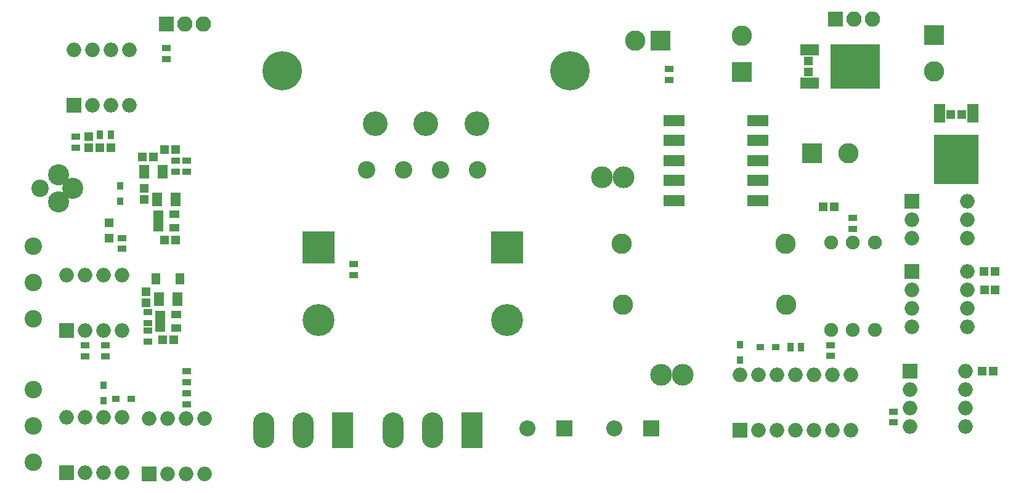
<source format=gbr>
G04 #@! TF.FileFunction,Soldermask,Top*
%FSLAX46Y46*%
G04 Gerber Fmt 4.6, Leading zero omitted, Abs format (unit mm)*
G04 Created by KiCad (PCBNEW 4.0.7) date 01/09/18 02:49:50*
%MOMM*%
%LPD*%
G01*
G04 APERTURE LIST*
%ADD10C,0.100000*%
%ADD11R,1.300000X0.900000*%
%ADD12C,2.400000*%
%ADD13R,2.800000X2.800000*%
%ADD14C,2.800000*%
%ADD15R,1.150000X1.200000*%
%ADD16R,1.200000X1.150000*%
%ADD17R,0.850000X1.000000*%
%ADD18R,1.000000X0.850000*%
%ADD19R,2.200000X2.200000*%
%ADD20O,2.200000X2.200000*%
%ADD21R,1.300000X1.600000*%
%ADD22R,1.300000X1.200000*%
%ADD23C,3.400000*%
%ADD24C,5.400000*%
%ADD25C,2.900000*%
%ADD26C,3.000000*%
%ADD27R,1.400000X1.900000*%
%ADD28R,2.900000X4.900000*%
%ADD29O,2.900000X4.900000*%
%ADD30R,0.900000X1.300000*%
%ADD31R,2.600000X1.600000*%
%ADD32R,6.800000X6.200000*%
%ADD33R,2.000000X2.000000*%
%ADD34O,2.000000X2.000000*%
%ADD35R,1.600000X2.600000*%
%ADD36R,6.200000X6.800000*%
%ADD37R,1.460000X1.050000*%
%ADD38C,1.900000*%
%ADD39R,2.900000X1.600000*%
%ADD40R,4.400000X4.400000*%
%ADD41C,4.400000*%
%ADD42R,2.100000X2.100000*%
%ADD43O,2.100000X2.100000*%
G04 APERTURE END LIST*
D10*
D11*
X193040000Y-112776000D03*
X193040000Y-114276000D03*
D12*
X83439000Y-104140000D03*
X83439000Y-109140000D03*
X83439000Y-99140000D03*
D13*
X180848000Y-75184000D03*
D14*
X180848000Y-70184000D03*
D15*
X189992000Y-73672000D03*
X189992000Y-75172000D03*
D13*
X207264000Y-70104000D03*
D14*
X207264000Y-75104000D03*
D16*
X211062000Y-81026000D03*
X209562000Y-81026000D03*
D13*
X190500000Y-86360000D03*
D14*
X195500000Y-86360000D03*
D16*
X193536000Y-93726000D03*
X192036000Y-93726000D03*
X214122000Y-102616000D03*
X215622000Y-102616000D03*
X214146000Y-105156000D03*
X215646000Y-105156000D03*
X213868000Y-116332000D03*
X215368000Y-116332000D03*
X101231000Y-112014000D03*
X102731000Y-112014000D03*
D15*
X91059000Y-84086000D03*
X91059000Y-85586000D03*
D16*
X92595000Y-85598000D03*
X94095000Y-85598000D03*
D15*
X98933000Y-106922000D03*
X98933000Y-105422000D03*
D16*
X101485000Y-98298000D03*
X102985000Y-98298000D03*
D15*
X98679000Y-92698000D03*
X98679000Y-91198000D03*
D16*
X101485000Y-85852000D03*
X102985000Y-85852000D03*
X99937000Y-86868000D03*
X98437000Y-86868000D03*
D17*
X180594000Y-114808000D03*
X180594000Y-112708000D03*
D18*
X183388000Y-113030000D03*
X185488000Y-113030000D03*
D12*
X139446000Y-88646000D03*
X134366000Y-88646000D03*
X129286000Y-88646000D03*
X144526000Y-88646000D03*
D19*
X156464000Y-124206000D03*
D20*
X151384000Y-124206000D03*
D19*
X168402000Y-124206000D03*
D20*
X163322000Y-124206000D03*
D21*
X103631000Y-103632000D03*
X100331000Y-103632000D03*
D22*
X93853000Y-95978000D03*
X93853000Y-98078000D03*
D17*
X95377000Y-92998000D03*
X95377000Y-90898000D03*
X93091000Y-120430000D03*
X93091000Y-118330000D03*
D18*
X94835000Y-120142000D03*
X96935000Y-120142000D03*
D14*
X166172000Y-70866000D03*
D13*
X169672000Y-70866000D03*
D23*
X137414000Y-82296000D03*
X144414000Y-82296000D03*
X130414000Y-82296000D03*
D24*
X157164000Y-74996000D03*
X117664000Y-74996000D03*
D12*
X84399000Y-91186000D03*
D25*
X88899000Y-91186000D03*
X86899000Y-89336000D03*
X86899000Y-93036000D03*
D26*
X172720000Y-116840000D03*
X169720000Y-116840000D03*
X164592000Y-89662000D03*
X161592000Y-89662000D03*
D27*
X100751000Y-106426000D03*
X103251000Y-106426000D03*
X100477000Y-92710000D03*
X102977000Y-92710000D03*
X101199000Y-88900000D03*
X98699000Y-88900000D03*
D28*
X125984000Y-124460000D03*
D29*
X120534000Y-124460000D03*
X115084000Y-124460000D03*
D28*
X143764000Y-124460000D03*
D29*
X138314000Y-124460000D03*
X132864000Y-124460000D03*
D11*
X201676000Y-121920000D03*
X201676000Y-123420000D03*
D30*
X188976000Y-113030000D03*
X187476000Y-113030000D03*
D11*
X196088000Y-95274000D03*
X196088000Y-96774000D03*
X127508000Y-101624000D03*
X127508000Y-103124000D03*
X89281000Y-85586000D03*
X89281000Y-84086000D03*
D30*
X94095000Y-83820000D03*
X92595000Y-83820000D03*
D11*
X99187000Y-112256000D03*
X99187000Y-110756000D03*
X99187000Y-109716000D03*
X99187000Y-108216000D03*
X93345000Y-114288000D03*
X93345000Y-112788000D03*
X90551000Y-112788000D03*
X90551000Y-114288000D03*
X95631000Y-98044000D03*
X95631000Y-99544000D03*
X104521000Y-119392000D03*
X104521000Y-120892000D03*
X104521000Y-117844000D03*
X104521000Y-116344000D03*
X102997000Y-88888000D03*
X102997000Y-87388000D03*
X104521000Y-87388000D03*
X104521000Y-88888000D03*
X101727000Y-71894000D03*
X101727000Y-73394000D03*
X170815000Y-76315000D03*
X170815000Y-74815000D03*
D12*
X83439000Y-123872000D03*
X83439000Y-128872000D03*
X83439000Y-118872000D03*
D31*
X190110000Y-72142000D03*
X190110000Y-76702000D03*
D32*
X196410000Y-74422000D03*
D33*
X180594000Y-124460000D03*
D34*
X195834000Y-116840000D03*
X183134000Y-124460000D03*
X193294000Y-116840000D03*
X185674000Y-124460000D03*
X190754000Y-116840000D03*
X188214000Y-124460000D03*
X188214000Y-116840000D03*
X190754000Y-124460000D03*
X185674000Y-116840000D03*
X193294000Y-124460000D03*
X183134000Y-116840000D03*
X195834000Y-124460000D03*
X180594000Y-116840000D03*
D35*
X212592000Y-80890000D03*
X208032000Y-80890000D03*
D36*
X210312000Y-87190000D03*
D33*
X204216000Y-102616000D03*
D34*
X211836000Y-110236000D03*
X204216000Y-105156000D03*
X211836000Y-107696000D03*
X204216000Y-107696000D03*
X211836000Y-105156000D03*
X204216000Y-110236000D03*
X211836000Y-102616000D03*
D33*
X203962000Y-116332000D03*
D34*
X211582000Y-123952000D03*
X203962000Y-118872000D03*
X211582000Y-121412000D03*
X203962000Y-121412000D03*
X211582000Y-118872000D03*
X203962000Y-123952000D03*
X211582000Y-116332000D03*
D37*
X100881000Y-108524000D03*
X100881000Y-109474000D03*
X100881000Y-110424000D03*
X103081000Y-110424000D03*
X103081000Y-108524000D03*
D33*
X89027000Y-79756000D03*
D34*
X96647000Y-72136000D03*
X91567000Y-79756000D03*
X94107000Y-72136000D03*
X94107000Y-79756000D03*
X91567000Y-72136000D03*
X96647000Y-79756000D03*
X89027000Y-72136000D03*
D33*
X88011000Y-110744000D03*
D34*
X95631000Y-103124000D03*
X90551000Y-110744000D03*
X93091000Y-103124000D03*
X93091000Y-110744000D03*
X90551000Y-103124000D03*
X95631000Y-110744000D03*
X88011000Y-103124000D03*
D33*
X99408000Y-130500999D03*
D34*
X107028000Y-122880999D03*
X101948000Y-130500999D03*
X104488000Y-122880999D03*
X104488000Y-130500999D03*
X101948000Y-122880999D03*
X107028000Y-130500999D03*
X99408000Y-122880999D03*
D37*
X100627000Y-94742000D03*
X100627000Y-95692000D03*
X100627000Y-96642000D03*
X102827000Y-96642000D03*
X102827000Y-94742000D03*
D33*
X88011000Y-130302000D03*
D34*
X95631000Y-122682000D03*
X90551000Y-130302000D03*
X93091000Y-122682000D03*
X93091000Y-130302000D03*
X90551000Y-122682000D03*
X95631000Y-130302000D03*
X88011000Y-122682000D03*
D33*
X204216000Y-92964000D03*
D34*
X211836000Y-98044000D03*
X204216000Y-95504000D03*
X211836000Y-95504000D03*
X204216000Y-98044000D03*
X211836000Y-92964000D03*
D38*
X193088000Y-110648000D03*
X196088000Y-110648000D03*
X193088000Y-98648000D03*
X196088000Y-98648000D03*
X199088000Y-110648000D03*
X199088000Y-98648000D03*
D39*
X171542000Y-90126000D03*
X171542000Y-92876000D03*
X183042000Y-92876000D03*
X183042000Y-90126000D03*
X183042000Y-87376000D03*
X183042000Y-84626000D03*
X183042000Y-81876000D03*
X171542000Y-87376000D03*
X171542000Y-84626000D03*
X171542000Y-81876000D03*
D14*
X164338000Y-98806000D03*
X186838000Y-98806000D03*
X186944000Y-107188000D03*
X164444000Y-107188000D03*
D40*
X148590000Y-99314000D03*
D41*
X148590000Y-109314000D03*
D40*
X122682000Y-99314000D03*
D41*
X122682000Y-109314000D03*
D42*
X101727000Y-68580000D03*
D43*
X104267000Y-68580000D03*
X106807000Y-68580000D03*
D42*
X193675000Y-67945000D03*
D43*
X196215000Y-67945000D03*
X198755000Y-67945000D03*
M02*

</source>
